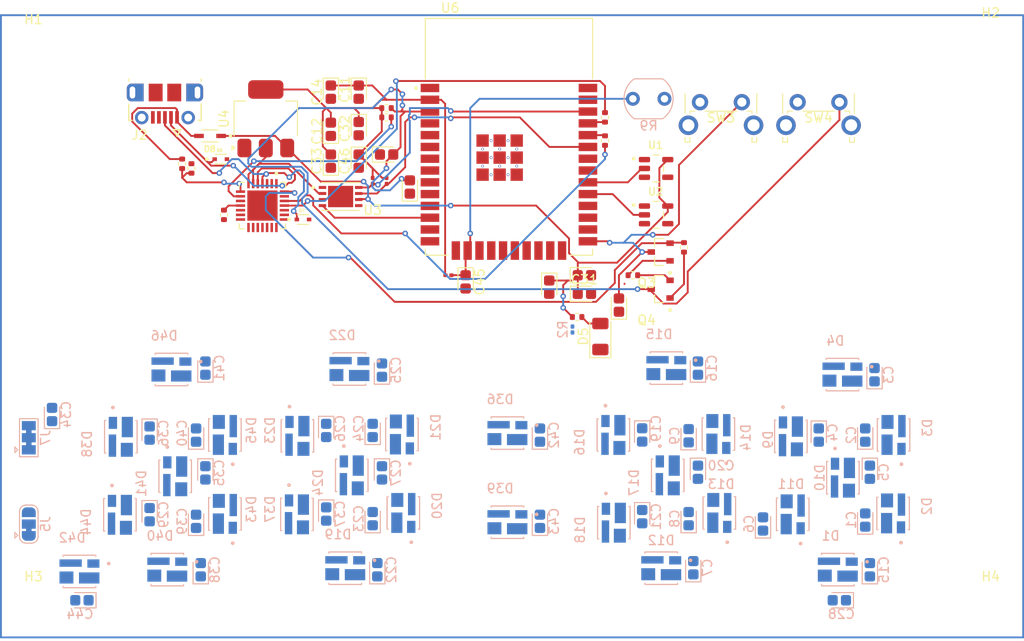
<source format=kicad_pcb>
(kicad_pcb (version 20241229) (generator "pcbnew") (generator_version "9.0")
  (layers (0 "F.Cu" signal) (2 "B.Cu" signal) (13 "F.Paste" user) (15 "B.Paste" user) (5 "F.SilkS" user "F.Silkscreen") (7 "B.SilkS" user "B.Silkscreen") (1 "F.Mask" user) (3 "B.Mask" user) (25 "Edge.Cuts" user))
  (net 0 "")
  (net 1 "EXT_LEDS")
  (net 2 "GND")
  (net 3 "+5V")
  (net 4 "+3.3V")
  (net 5 "EN")
  (net 6 "IO0")
  (net 7 "LIGHT_DECT")
  (net 9 "LED0_DIN")
  (net 10 "LED1_DIN")
  (net 11 "LED2_DIN")
  (net 12 "LED3_DIN")
  (net 13 "LED4_DIN")
  (net 14 "Net-(D5-A)")
  (net 15 "USB_DN")
  (net 16 "USB_DP")
  (net 17 "VBUS")
  (net 18 "LED5_DIN")
  (net 19 "LED6_DIN")
  (net 20 "LED7_DIN")
  (net 21 "LED8_DIN")
  (net 22 "LED9_DIN")
  (net 23 "LED10_DIN")
  (net 24 "LED11_DIN")
  (net 25 "LED12_DIN")
  (net 26 "LED13_DIN")
  (net 27 "LED14_DIN")
  (net 28 "LED15_DIN")
  (net 29 "LED16_DIN")
  (net 30 "LED17_DIN")
  (net 31 "LED18_DIN")
  (net 32 "LED19_DIN")
  (net 33 "LED20_DIN")
  (net 34 "LED29_DIN")
  (net 35 "LE30_DIN")
  (net 36 "unconnected-(U6-IO2-Pad24)")
  (net 37 "LED21_DIN")
  (net 38 "LED26_DIN")
  (net 39 "LED25_DIN")
  (net 40 "LED31_DIN")
  (net 41 "LED22_DIN")
  (net 42 "LED27_DIN")
  (net 43 "LED23_DIN")
  (net 45 "LED24_DIN")
  (net 47 "DTR")
  (net 48 "Net-(Q3-Pad1)")
  (net 49 "Net-(Q4-Pad1)")
  (net 51 "I2C1_SCL")
  (net 52 "I2C1_SDA")
  (net 53 "Net-(U5-VBUS)")
  (net 54 "Net-(U5-~{RST})")
  (net 55 "Net-(U5-~{SUSPEND})")
  (net 56 "TXD0")
  (net 57 "RXD")
  (net 58 "TXD")
  (net 59 "RXD0")
  (net 60 "LED0_BUF")
  (net 61 "LED29_BUF")
  (net 62 "CLK_1HZ")
  (net 70 "RTS")
  (footprint "Capacitor_Tantalum_SMD:CP_EIA-1608-08_AVX-J" (layer "F.Cu") (at 129 55.715 -90)
    (property "Reference" "C32")
    (property "Value" "22uF" (hide yes))
  )
  (footprint "Capacitor_Tantalum_SMD:CP_EIA-1608-08_AVX-J" (layer "F.Cu") (at 126 59.215 90)
    (property "Reference" "C33")
    (property "Value" "0,1uF" (hide yes))
  )
  (footprint "Resistor_SMD:R_0201_0603Metric" (layer "F.Cu") (at 138.655 71.5)
    (property "Reference" "R4" (hide yes))
    (property "Value" "10k" (hide yes))
  )
  (footprint "Capacitor_Tantalum_SMD:CP_EIA-1608-08_AVX-J" (layer "F.Cu") (at 157 74.715 90)
    (property "Reference" "C18" (hide yes))
    (property "Value" "0,1uF" (hide yes))
  )
  (footprint "Resistor_SMD:R_0402_1005Metric" (layer "F.Cu") (at 155.5 57 -90)
    (property "Reference" "R18" (hide yes))
    (property "Value" "0")
  )
  (footprint "Package_TO_SOT_SMD:SOT-223-3_TabPin2" (layer "F.Cu") (at 119 54.65 90)
    (property "Reference" "U4")
    (property "Value" "AMS1117-3.3" (hide yes))
  )
  (footprint "Resistor_SMD:R_0402_1005Metric" (layer "F.Cu") (at 164 68.5 -90)
    (property "Reference" "R19" (hide yes))
    (property "Value" "10K" (hide yes))
  )
  (footprint "Transistor NPN SS8050-G:TRANS_SS8050-G" (layer "F.Cu") (at 161.49 69 180)
    (property "Reference" "Q3")
    (property "Value" "SS8050-G" (hide yes))
  )
  (footprint "MountingHole:MountingHole_2.1mm" (layer "F.Cu") (at 94 47)
    (property "Reference" "H1")
    (property "Value" "GND")
  )
  (footprint "Capacitor_Tantalum_SMD:CP_EIA-1608-08_AVX-J" (layer "F.Cu") (at 134.5 62 90)
    (property "Reference" "C13" (hide yes))
    (property "Value" "0,1uF" (hide yes))
  )
  (footprint "Resistor_SMD:R_0201_0603Metric" (layer "F.Cu") (at 130.5 61.345 -90)
    (property "Reference" "R6" (hide yes))
    (property "Value" "10k" (hide yes))
  )
  (footprint "Capacitor_Tantalum_SMD:CP_EIA-1608-08_AVX-J" (layer "F.Cu") (at 132 58.5)
    (property "Reference" "C17" (hide yes))
    (property "Value" "0,1uF" (hide yes))
  )
  (footprint "Transistor NPN SS8050-G:TRANS_SS8050-G" (layer "F.Cu") (at 161.49 73 180)
    (property "Reference" "Q4")
    (property "Value" "SS8050-G")
  )
  (footprint "Capacitor_Tantalum_SMD:CP_EIA-1608-08_AVX-J" (layer "F.Cu") (at 153.285 73.5)
    (property "Reference" "C31")
    (property "Value" "100nF")
  )
  (footprint "Capacitor_Tantalum_SMD:CP_EIA-1608-08_AVX-J" (layer "F.Cu") (at 153.285 71.5)
    (property "Reference" "C10" (hide yes))
    (property "Value" "22uF" (hide yes))
  )
  (footprint "Resistor_SMD:R_0402_1005Metric" (layer "F.Cu") (at 158.5 71.5 180)
    (property "Reference" "R20" (hide yes))
    (property "Value" "10K" (hide yes))
  )
  (footprint "CP2102N-A02-GQFN28 (USB-Seriale):QFN50P500X500X80-29N" (layer "F.Cu") (at 118.64 64 -90)
    (property "Reference" "U5" (hide yes))
    (property "Value" "CP2102N-A02-GQFN28" (hide yes))
  )
  (footprint "Resistor_SMD:R_0402_1005Metric" (layer "F.Cu") (at 111 60 90)
    (property "Reference" "R12" (hide yes))
    (property "Value" "47.5K" (hide yes))
  )
  (footprint "Button_Switch_THT:SW_Tactile_SPST_Angled_PTS645Vx31-2LFS" (layer "F.Cu") (at 165.725 52.8625)
    (property "Reference" "SW3")
    (property "Value" "SW_Push")
  )
  (footprint "Resistor_SMD:R_0402_1005Metric" (layer "F.Cu") (at 114.5 65 -90)
    (property "Reference" "R15" (hide yes))
    (property "Value" "10K" (hide yes))
  )
  (footprint "LEVEL TRANSLATOR SN74LV1T34DBVR:SOT95P280X145-5N" (layer "F.Cu") (at 161 65)
    (property "Reference" "U2")
    (property "Value" "SN74LV1T34DBVR" (hide yes))
  )
  (footprint "Resistor_SMD:R_0201_0603Metric" (layer "F.Cu") (at 132 61.345 -90)
    (property "Reference" "R7" (hide yes))
    (property "Value" "10k" (hide yes))
  )
  (footprint "Capacitor_Tantalum_SMD:CP_EIA-1608-08_AVX-J" (layer "F.Cu") (at 149.5 72.785 -90)
    (property "Reference" "C30" (hide yes))
    (property "Value" "100nF" (hide yes))
  )
  (footprint "LED_SMD:LED_1206_3216Metric" (layer "F.Cu") (at 155 78.1 90)
    (property "Reference" "D5")
    (property "Value" "IR26-21C_L110_TR8" (hide yes))
  )
  (footprint "LESD5D5.0CT1G diodo:TVS_LESD5D5.0CT1G" (layer "F.Cu") (at 123 65.5)
    (property "Reference" "D7")
    (property "Value" "LESD5D5.0CT1G")
  )
  (footprint "Resistor_SMD:R_0402_1005Metric" (layer "F.Cu") (at 131.99 53.5)
    (property "Reference" "R16" (hide yes))
    (property "Value" "10K" (hide yes))
  )
  (footprint "Capacitor_Tantalum_SMD:CP_EIA-1608-08_AVX-J" (layer "F.Cu") (at 126 55.785 90)
    (property "Reference" "C12")
    (property "Value" "0,1uF" (hide yes))
  )
  (footprint "MOLEX MOLEX 10501700001 (microusb):MOLEX_1050170001" (layer "F.Cu") (at 108.15 50.375 180)
    (property "Reference" "J2")
    (property "Value" "1050170001")
  )
  (footprint "Capacitor_Tantalum_SMD:CP_EIA-1608-08_AVX-J" (layer "F.Cu") (at 129 59.215 -90)
    (property "Reference" "C46")
    (property "Value" "1uF" (hide yes))
  )
  (footprint "Capacitor_Tantalum_SMD:CP_EIA-1608-08_AVX-J" (layer "F.Cu") (at 140.5 72.215 -90)
    (property "Reference" "C45")
    (property "Value" "0,1uF" (hide yes))
  )
  (footprint "BAT760-7 diodo:SOD2513X120N" (layer "F.Cu") (at 113 56.5 180)
    (property "Reference" "D8")
    (property "Value" "BAT760-7" (hide yes))
  )
  (footprint "Button_Switch_THT:SW_Tactile_SPST_Angled_PTS645Vx31-2LFS" (layer "F.Cu") (at 176.225 52.8625)
    (property "Reference" "SW4")
    (property "Value" "SW_Push")
  )
  (footprint "REAL TIME CLOCK MAX31343ETAY:SON65P300X400X80-9N" (layer "F.Cu") (at 127.05 63.025)
    (property "Reference" "U3")
    (property "Value" "MAX31343ETAY_" (hide yes))
  )
  (footprint "Resistor_SMD:R_0402_1005Metric" (layer "F.Cu") (at 155.5 54.5 90)
    (property "Reference" "R17" (hide yes))
    (property "Value" "o" (hide yes))
  )
  (footprint "Capacitor_Tantalum_SMD:CP_EIA-1608-08_AVX-J" (layer "F.Cu") (at 126 51.785 -90)
    (property "Reference" "C14")
    (property "Value" "22uF" (hide yes))
  )
  (footprint "Resistor_SMD:R_0402_1005Metric" (layer "F.Cu") (at 152.5 76)
    (property "Reference" "R14" (hide yes))
    (property "Value" "2K" (hide yes))
  )
  (footprint "Resistor_SMD:R_0402_1005Metric" (layer "F.Cu") (at 110 59.5 90)
    (property "Reference" "R11" (hide yes))
    (property "Value" "22.1K" (hide yes))
  )
  (footprint "Capacitor_Tantalum_SMD:CP_EIA-1608-08_AVX-J" (layer "F.Cu") (at 129 51.785 -90)
    (property "Reference" "C11")
    (property "Value" "22uF" (hide yes))
  )
  (footprint "MountingHole:MountingHole_2.1mm" (layer "F.Cu") (at 94 107)
    (property "Reference" "H3")
    (property "Value" "GND")
  )
  (footprint "LEVEL TRANSLATOR SN74LV1T34DBVR:SOT95P280X145-5N" (layer "F.Cu") (at 161 60)
    (property "Reference" "U1")
    (property "Value" "SN74LV1T34DBVR" (hide yes))
  )
  (footprint "Resistor_SMD:R_0402_1005Metric" (layer "F.Cu") (at 131.99 54.5 180)
    (property "Reference" "R13" (hide yes))
    (property "Value" "R" (hide yes))
  )
  (footprint "MountingHole:MountingHole_2.1mm" (layer "F.Cu") (at 197 107)
    (property "Reference" "H4")
    (property "Value" "GND")
  )
  (footprint "MountingHole:MountingHole_2.1mm" (layer "F.Cu") (at 197 47)
    (property "Reference" "H2")
    (property "Value" "GND")
  )
  (footprint "LESD5D5.0CT1G diodo:TVS_LESD5D5.0CT1G" (layer "F.Cu") (at 114.16 59)
    (property "Reference" "D6")
    (property "Value" "LESD5D5.0CT1G" (hide yes))
  )
  (footprint "esp32-wroom32:MODULE_ESP32-WROOM-32" (layer "F.Cu") (at 145.165 56.595)
    (property "Reference" "U6")
    (property "Value" "ESP32-WROOM-32" (hide yes))
  )
  (footprint "sk6812 mini led:LED_SK6812MINI-012" (layer "B.Cu") (at 133.8 97.1 90)
    (property "Reference" "D20")
    (property "Value" "SK6812MINI-012" (hide yes))
  )
  (footprint "Capacitor_Tantalum_SMD:CP_EIA-1608-08_AVX-J" (layer "B.Cu") (at 172.5 98.285 90)
    (property "Reference" "C6")
    (property "Value" "100nF" (hide yes))
  )
  (footprint "Capacitor_Tantalum_SMD:CP_EIA-1608-08_AVX-J" (layer "B.Cu") (at 165 103 90)
    (property "Reference" "C7")
    (property "Value" "100nF" (hide yes))
  )
  (footprint "Capacitor_Tantalum_SMD:CP_EIA-1608-08_AVX-J" (layer "B.Cu") (at 125.5 88.215 -90)
    (property "Reference" "C26")
    (property "Value" "100nF" (hide yes))
  )
  (footprint "sk6812 mini led:LED_SK6812MINI-012" (layer "B.Cu") (at 186.5 97.15 90)
    (property "Reference" "D2")
    (property "Value" "SK6812MINI-012" (hide yes))
  )
  (footprint "sk6812 mini led:LED_SK6812MINI-012" (layer "B.Cu") (at 162.1 81.5 180)
    (property "Reference" "D15")
    (property "Value" "SK6812MINI-012" (hide yes))
  )
  (footprint "sk6812 mini led:LED_SK6812MINI-012" (layer "B.Cu") (at 128 81.6 180)
    (property "Reference" "D22")
    (property "Value" "SK6812MINI-012" (hide yes))
  )
  (footprint "Capacitor_Tantalum_SMD:CP_EIA-1608-08_AVX-J" (layer "B.Cu") (at 178.5 88.715 -90)
    (property "Reference" "C4")
    (property "Value" "100nF" (hide yes))
  )
  (footprint "Capacitor_Tantalum_SMD:CP_EIA-1608-08_AVX-J" (layer "B.Cu") (at 125.5 97.215 -90)
    (property "Reference" "C37")
    (property "Value" "100nF" (hide yes))
  )
  (footprint "Capacitor_Tantalum_SMD:CP_EIA-1608-08_AVX-J" (layer "B.Cu") (at 106.5 88.5 -90)
    (property "Reference" "C36")
    (property "Value" "100nF" (hide yes))
  )
  (footprint "Capacitor_Tantalum_SMD:CP_EIA-1608-08_AVX-J" (layer "B.Cu") (at 183.5 88.715 90)
    (property "Reference" "C2")
    (property "Value" "100nF" (hide yes))
  )
  (footprint "sk6812 mini led:LED_SK6812MINI-012" (layer "B.Cu") (at 180.55 103.2 180)
    (property "Reference" "D1")
    (property "Value" "SK6812MINI-012" (hide yes))
  )
  (footprint "Capacitor_Tantalum_SMD:CP_EIA-1608-08_AVX-J" (layer "B.Cu") (at 96 86.5 90)
    (property "Reference" "C34")
    (property "Value" "100nF" (hide yes))
  )
  (footprint "Capacitor_Tantalum_SMD:CP_EIA-1608-08_AVX-J" (layer "B.Cu") (at 148.5 88.715 90)
    (property "Reference" "C42")
    (property "Value" "100nF" (hide yes))
  )
  (footprint "OptoDevice:R_LDR_5.1x4.3mm_P3.4mm_Vertical" (layer "B.Cu") (at 158.5 52.5)
    (property "Reference" "R9")
    (property "Value" "LDR07" (hide yes))
  )
  (footprint "Capacitor_Tantalum_SMD:CP_EIA-1608-08_AVX-J" (layer "B.Cu") (at 112 103.215 90)
    (property "Reference" "C38")
    (property "Value" "100nF" (hide yes))
  )
  (footprint "sk6812 mini led:LED_SK6812MINI-012" (layer "B.Cu") (at 162.25 93.05 -90)
    (property "Reference" "D17")
    (property "Value" "SK6812MINI-012" (hide yes))
  )
  (footprint "Capacitor_Tantalum_SMD:CP_EIA-1608-08_AVX-J" (layer "B.Cu") (at 159.5 97.5 -90)
    (property "Reference" "C21")
    (property "Value" "100nF" (hide yes))
  )
  (footprint "sk6812 mini led:LED_SK6812MINI-012" (layer "B.Cu") (at 128.25 93.05 -90)
    (property "Reference" "D24")
    (property "Value" "SK6812MINI-012" (hide yes))
  )
  (footprint "Capacitor_Tantalum_SMD:CP_EIA-1608-08_AVX-J" (layer "B.Cu") (at 184 92.715 -90)
    (property "Reference" "C5")
    (property "Value" "100nF" (hide yes))
  )
  (footprint "sk6812 mini led:LED_SK6812MINI-012" (layer "B.Cu") (at 114.6 97.2 90)
    (property "Reference" "D43")
    (property "Value" "SK6812MINI-012" (hide yes))
  )
  (footprint "Jumper:SolderJumper-3_P1.3mm_Bridged123_Pad1.0x1.5mm" (layer "B.Cu") (at 93.5 89 90)
    (property "Reference" "J7")
    (property "Value" "Conn_01x03_Pin" (hide yes))
  )
  (footprint "sk6812 mini led:LED_SK6812MINI-012" (layer "B.Cu") (at 133.65 88.65 90)
    (property "Reference" "D21")
    (property "Value" "SK6812MINI-012" (hide yes))
  )
  (footprint "Capacitor_Tantalum_SMD:CP_EIA-1608-08_AVX-J" (layer "B.Cu") (at 165.5 92.715 -90)
    (property "Reference" "C20")
    (property "Value" "100nF" (hide yes))
  )
  (footprint "sk6812 mini led:LED_SK6812MINI-012" (layer "B.Cu") (at 181.05 82.2 180)
    (property "Reference" "D4")
    (property "Value" "SK6812MINI-012" (hide yes))
  )
  (footprint "Capacitor_Tantalum_SMD:CP_EIA-1608-08_AVX-J" (layer "B.Cu") (at 180.715 106.5 180)
    (property "Reference" "C28")
    (property "Value" "1uF" (hide yes))
  )
  (footprint "sk6812 mini led:LED_SK6812MINI-012" (layer "B.Cu") (at 103.3 97.3 -90)
    (property "Reference" "D44")
    (property "Value" "SK6812MINI-012" (hide yes))
  )
  (footprint "Capacitor_Tantalum_SMD:CP_EIA-1608-08_AVX-J" (layer "B.Cu") (at 164.5 97.715 90)
    (property "Reference" "C8")
    (property "Value" "100nF" (hide yes))
  )
  (footprint "sk6812 mini led:LED_SK6812MINI-012" (layer "B.Cu") (at 167.7 88.6 90)
    (property "Reference" "D14")
    (property "Value" "SK6812MINI-012" (hide yes))
  )
  (footprint "sk6812 mini led:LED_SK6812MINI-012" (layer "B.Cu") (at 108.4 103.2 180)
    (property "Reference" "D40")
    (property "Value" "SK6812MINI-012" (hide yes))
  )
  (footprint "Resistor_SMD:R_0201_0603Metric" (layer "B.Cu") (at 152 77.345 -90)
    (property "Reference" "R2")
    (property "Value" "100m" (hide yes))
  )
  (footprint "Capacitor_Tantalum_SMD:CP_EIA-1608-08_AVX-J" (layer "B.Cu") (at 184 103.215 90)
    (property "Reference" "C15")
    (property "Value" "100nF" (hide yes))
  )
  (footprint "sk6812 mini led:LED_SK6812MINI-012" (layer "B.Cu") (at 127.55 103.05 180)
    (property "Reference" "D19")
    (property "Value" "SK6812MINI-012" (hide yes))
  )
  (footprint "Capacitor_Tantalum_SMD:CP_EIA-1608-08_AVX-J" (layer "B.Cu") (at 112.5 81.5 90)
    (property "Reference" "C41")
    (property "Value" "100nF" (hide yes))
  )
  (footprint "sk6812 mini led:LED_SK6812MINI-012" (layer "B.Cu") (at 108.85 81.65 180)
    (property "Reference" "D46")
    (property "Value" "SK6812MINI-012" (hide yes))
  )
  (footprint "sk6812 mini led:LED_SK6812MINI-012" (layer "B.Cu") (at 175.7 97.25 90)
    (property "Reference" "D11")
    (property "Value" "SK6812MINI-012" (hide yes))
  )
  (footprint "sk6812 mini led:LED_SK6812MINI-012" (layer "B.Cu") (at 156.4 88.7 -90)
    (property "Reference" "D16")
    (property "Value" "SK6812MINI-012" (hide yes))
  )
  (footprint "Capacitor_Tantalum_SMD:CP_EIA-1608-08_AVX-J" (layer "B.Cu") (at 111.5 88.715 90)
    (property "Reference" "C40")
    (property "Value" "100nF" (hide yes))
  )
  (footprint "sk6812 mini led:LED_SK6812MINI-012" (layer "B.Cu") (at 98.95 103.4 180)
    (property "Reference" "D42")
    (property "Value" "SK6812MINI-012" (hide yes))
  )
  (footprint "Capacitor_Tantalum_SMD:CP_EIA-1608-08_AVX-J" (layer "B.Cu") (at 164.5 88.785 90)
    (property "Reference" "C9")
    (property "Value" "100nF" (hide yes))
  )
  (footprint "Capacitor_Tantalum_SMD:CP_EIA-1608-08_AVX-J" (layer "B.Cu") (at 130.5 97.715 90)
    (property "Reference" "C23")
    (property "Value" "100nF" (hide yes))
  )
  (footprint "sk6812 mini led:LED_SK6812MINI-012" (layer "B.Cu") (at 114.6 88.7 90)
    (property "Reference" "D45")
    (property "Value" "SK6812MINI-012" (hide yes))
  )
  (footprint "Capacitor_Tantalum_SMD:CP_EIA-1608-08_AVX-J" (layer "B.Cu") (at 159.5 88.7 -90)
    (property "Reference" "C19")
    (property "Value" "100nF" (hide yes))
  )
  (footprint "Capacitor_Tantalum_SMD:CP_EIA-1608-08_AVX-J" (layer "B.Cu") (at 148.5 98 90)
    (property "Reference" "C43")
    (property "Value" "100nF" (hide yes))
  )
  (footprint "sk6812 mini led:LED_SK6812MINI-012" (layer "B.Cu") (at 109.25 93.15 -90)
    (property "Reference" "D41")
    (property "Value" "SK6812MINI-012" (hide yes))
  )
  (footprint "Capacitor_Tantalum_SMD:CP_EIA-1608-08_AVX-J" (layer "B.Cu") (at 131 103.215 90)
    (property "Reference" "C22")
    (property "Value" "100nF" (hide yes))
  )
  (footprint "Capacitor_Tantalum_SMD:CP_EIA-1608-08_AVX-J" (layer "B.Cu") (at 131.5 81.715 90)
    (property "Reference" "C25")
    (property "Value" "100nF" (hide yes))
  )
  (footprint "Capacitor_Tantalum_SMD:CP_EIA-1608-08_AVX-J" (layer "B.Cu") (at 112.5 92.785 -90)
    (property "Reference" "C35")
    (property "Value" "100nF" (hide yes))
  )
  (footprint "sk6812 mini led:LED_SK6812MINI-012" (layer "B.Cu") (at 156.45 98.15 -90)
    (property "Reference" "D18")
    (property "Value" "SK6812MINI-012" (hide yes))
  )
  (footprint "Capacitor_Tantalum_SMD:CP_EIA-1608-08_AVX-J" (layer "B.Cu") (at 99.215 106.5 180)
    (property "Reference" "C44")
    (property "Value" "100nF" (hide yes))
  )
  (footprint "Capacitor_Tantalum_SMD:CP_EIA-1608-08_AVX-J" (layer "B.Cu") (at 106.5 97.285 -90)
    (property "Reference" "C29")
    (property "Value" "100nF" (hide yes))
  )
  (footprint "sk6812 mini led:LED_SK6812MINI-012" (layer "B.Cu") (at 122.35 97.25 -90)
    (property "Reference" "D37")
    (property "Value" "SK6812MINI-012" (hide yes))
  )
  (footprint "Capacitor_Tantalum_SMD:CP_EIA-1608-08_AVX-J" (layer "B.Cu") (at 130.5 88.215 90)
    (property "Reference" "C24")
    (property "Value" "100nF" (hide yes))
  )
  (footprint "sk6812 mini led:LED_SK6812MINI-012" (layer "B.Cu") (at 145 88.5 180)
    (property "Reference" "D36")
    (property "Value" "SK6812MINI-012" (hide yes))
  )
  (footprint "Capacitor_Tantalum_SMD:CP_EIA-1608-08_AVX-J" (layer "B.Cu") (at 184.5 82.215 90)
    (property "Reference" "C3")
    (property "Value" "100nF" (hide yes))
  )
  (footprint "Capacitor_Tantalum_SMD:CP_EIA-1608-08_AVX-J" (layer "B.Cu") (at 183.5 97.865 90)
    (property "Reference" "C1")
    (property "Value" "100nF" (hide yes))
  )
  (footprint "sk6812 mini led:LED_SK6812MINI-012" (layer "B.Cu") (at 161.55 103.05 180)
    (property "Reference" "D12")
    (property "Value" "SK6812MINI-012" (hide yes))
  )
  (footprint "Capacitor_Tantalum_SMD:CP_EIA-1608-08_AVX-J" (layer "B.Cu") (at 131.5 92.785 -90)
    (property "Reference" "C27")
    (property "Value" "100nF" (hide yes))
  )
  (footprint "Capacitor_Tantalum_SMD:CP_EIA-1608-08_AVX-J" (layer "B.Cu") (at 111.5 98 90)
    (property "Reference" "C39")
    (property "Value" "100nF" (hide yes))
  )
  (footprint "sk6812 mini led:LED_SK6812MINI-012" (layer "B.Cu") (at 103.4 88.9 -90)
    (property "Reference" "D38")
    (property "Value" "SK6812MINI-012" (hide yes))
  )
  (footprint "sk6812 mini led:LED_SK6812MINI-012" (layer "B.Cu") (at 122.4 88.8 -90)
    (property "Reference" "D23")
    (property "Value" "SK6812MINI-012" (hide yes))
  )
  (footprint "sk6812 mini led:LED_SK6812MINI-012" (layer "B.Cu") (at 175.5 88.85 -90)
    (property "Reference" "D9")
    (property "Value" "SK6812MINI-012" (hide yes))
  )
  (footprint "sk6812 mini led:LED_SK6812MINI-012" (layer "B.Cu") (at 181.1 93.3 -90)
    (property "Reference" "D10")
    (property "Value" "SK6812MINI-012" (hide yes))
  )
  (footprint "Capacitor_Tantalum_SMD:CP_EIA-1608-08_AVX-J" (layer "B.Cu") (at 165.5 81.5 90)
    (property "Reference" "C16")
    (property "Value" "100nF" (hide yes))
  )
  (footprint "sk6812 mini led:LED_SK6812MINI-012" (layer "B.Cu") (at 186.55 88.7 90)
    (property "Reference" "D3")
    (property "Value" "SK6812MINI-012" (hide yes))
  )
  (footprint "sk6812 mini led:LED_SK6812MINI-012" (layer "B.Cu") (at 145 98.1 180)
    (property "Reference" "D39")
    (property "Value" "SK6812MINI-012" (hide yes))
  )
  (footprint "sk6812 mini led:LED_SK6812MINI-012" (layer "B.Cu") (at 167.8 97.1 90)
    (property "Reference" "D13")
    (property "Value" "SK6812MINI-012" (hide yes))
  )
  (footprint "Jumper:SolderJumper-3_P1.3mm_Bridged12_RoundedPad1.0x1.5mm" (layer "B.Cu") (at 93.5 98.3 90)
    (property "Reference" "J5")
    (property "Value" "Conn_01x03_Pin" (hide yes))
  )
  (gr_rect (start 90.5 43.5) (end 200.5 110.5) (stroke (width 0.2)) (fill no) (layer "B.Cu"))
  (segment (start 157.6 72.449943) (end 157.6 72.4) (width 0.2) (layer "F.Cu") (net 0))
  (segment (start 162.25 52) (end 162.25 52.25) (width 0.2) (layer "F.Cu") (net 2))
  (segment (start 162.25 52.25) (end 162 52.5) (width 0.2) (layer "F.Cu") (net 2))
  (segment (start 151 72.57) (end 151.5 72.07) (width 0.2) (layer "F.Cu") (net 3))
  (segment (start 151.99 76) (end 151.99 75.99) (width 0.2) (layer "F.Cu") (net 3))
  (segment (start 152.57 73.5) (end 152.57 71.5) (width 0.2) (layer "F.Cu") (net 3))
  (segment (start 151.631 67.544) (end 148.087 64) (width 0.2) (layer "F.Cu") (net 3))
  (segment (start 162.255 59.05) (end 161.349 59.956) (width 0.2) (layer "F.Cu") (net 3))
  (segment (start 162.255 64.05) (end 162.255 64.683362) (width 0.2) (layer "F.Cu") (net 3))
  (segment (start 148.087 64) (end 138.9 64) (width 0.2) (layer "F.Cu") (net 3))
  (segment (start 162.255 64.683362) (end 156.792362 70.146) (width 0.2) (layer "F.Cu") (net 3))
  (segment (start 119.999 56.499) (end 121.3 57.8) (width 0.2) (layer "F.Cu") (net 3))
  (segment (start 151.631 69.131) (end 151.631 67.544) (width 0.2) (layer "F.Cu") (net 3))
  (segment (start 124.91473 61.41473) (end 129.528621 61.41473) (width 0.2) (layer "F.Cu") (net 3))
  (segment (start 156.792362 70.146) (end 152.646 70.146) (width 0.2) (layer "F.Cu") (net 3))
  (segment (start 161.349 59.956) (end 161.349 63.144) (width 0.2) (layer "F.Cu") (net 3))
  (segment (start 152.57 71.5) (end 152.57 70.222) (width 0.2) (layer "F.Cu") (net 3))
  (segment (start 151.5 72.07) (end 152 72.07) (width 0.2) (layer "F.Cu") (net 3))
  (segment (start 161.349 63.144) (end 162.255 64.05) (width 0.2) (layer "F.Cu") (net 3))
  (segment (start 121.3 57.8) (end 124.91473 61.41473) (width 0.2) (layer "F.Cu") (net 3))
  (segment (start 149.5 72.07) (end 151.5 72.07) (width 0.2) (layer "F.Cu") (net 3))
  (segment (start 151 73.766) (end 151 72.57) (width 0.2) (layer "F.Cu") (net 3))
  (segment (start 114.191 56.499) (end 119.999 56.499) (width 0.2) (layer "F.Cu") (net 3))
  (segment (start 130 63.3) (end 129.05 63.3) (width 0.2) (layer "F.Cu") (net 3))
  (segment (start 151.99 75.99) (end 151 75) (width 0.2) (layer "F.Cu") (net 3))
  (segment (start 152.57 70.222) (end 152.646 70.146) (width 0.2) (layer "F.Cu") (net 3))
  (segment (start 129.05 63.3) (end 129 63.35) (width 0.2) (layer "F.Cu") (net 3))
  (segment (start 152.646 70.146) (end 151.631 69.131) (width 0.2) (layer "F.Cu") (net 3))
  (segment (start 152 72.07) (end 152.57 71.5) (width 0.2) (layer "F.Cu") (net 3))
  (segment (start 114.19 56.5) (end 114.191 56.499) (width 0.2) (layer "F.Cu") (net 3))
  (via (at 138.9 64) (size 0.6) (drill 0.3) (layers "F.Cu" "B.Cu") (net 3))
  (via (at 130 63.3) (size 0.6) (drill 0.3) (layers "F.Cu" "B.Cu") (net 3))
  (via (at 129.528621 61.41473) (size 0.6) (drill 0.3) (layers "F.Cu" "B.Cu") (net 3))
  (via (at 151 73.766) (size 0.6) (drill 0.3) (layers "F.Cu" "B.Cu") (net 3))
  (via (at 151 75) (size 0.6) (drill 0.3) (layers "F.Cu" "B.Cu") (net 3))
  (segment (start 151 75) (end 151 73.766) (width 0.2) (layer "B.Cu") (net 3))
  (segment (start 130 61.886109) (end 130 63.3) (width 0.2) (layer "B.Cu") (net 3))
  (segment (start 129.528621 61.41473) (end 130 61.886109) (width 0.2) (layer "B.Cu") (net 3))
  (segment (start 138.9 64) (end 130.7 64) (width 0.2) (layer "B.Cu") (net 3))
  (segment (start 130.7 64) (end 130 63.3) (width 0.2) (layer "B.Cu") (net 3))
  (segment (start 131.48 53.5) (end 130.5 53.5) (width 0.2) (layer "F.Cu") (net 4))
  (segment (start 125.1 62.7) (end 124.7 62.7) (width 0.2) (layer "F.Cu") (net 4))
  (segment (start 129 51.07) (end 130.465 51.07) (width 0.2) (layer "F.Cu") (net 4))
  (segment (start 136.665 52.605) (end 134.5 52.605) (width 0.2) (layer "F.Cu") (net 4))
  (segment (start 138.299 71.464) (end 138.299 53.039) (width 0.2) (layer "F.Cu") (net 4))
  (segment (start 124.7 62.7) (end 121.5 59.5) (width 0.2) (layer "F.Cu") (net 4))
  (segment (start 129 55) (end 129 54) (width 0.2) (layer "F.Cu") (net 4))
  (segment (start 123.5 51.5) (end 125.5 53.5) (width 0.2) (layer "F.Cu") (net 4))
  (segment (start 117.14 60.64) (end 117.14 61.64) (width 0.2) (layer "F.Cu") (net 4))
  (segment (start 130.465 51.07) (end 132 52.605) (width 0.2) (layer "F.Cu") (net 4))
  (segment (start 129 54) (end 128.5 53.5) (width 0.2) (layer "F.Cu") (net 4))
  (segment (start 134.5 52.605) (end 133 52.605) (width 0.2) (layer "F.Cu") (net 4))
  (segment (start 138.335 71.5) (end 138.299 71.464) (width 0.2) (layer "F.Cu") (net 4))
  (segment (start 126 54) (end 125.5 53.5) (width 0.2) (layer "F.Cu") (net 4))
  (segment (start 125.134 53.866) (end 125.5 53.5) (width 0.2) (layer "F.Cu") (net 4))
  (segment (start 119 58.78) (end 117.64 60.14) (width 0.2) (layer "F.Cu") (net 4))
  (segment (start 117.64 60.14) (end 117.14 60.64) (width 0.2) (layer "F.Cu") (net 4))
  (segment (start 128.5 53.5) (end 125.5 53.5) (width 0.2) (layer "F.Cu") (net 4))
  (segment (start 137.865 52.605) (end 136.665 52.605) (width 0.2) (layer "F.Cu") (net 4))
  (segment (start 126 58.5) (end 125.134 57.634) (width 0.2) (layer "F.Cu") (net 4))
  (segment (start 132.605 52.605) (end 132 52.605) (width 0.2) (layer "F.Cu") (net 4))
  (segment (start 131.395 52.605) (end 130.5 53.5) (width 0.2) (layer "F.Cu") (net 4))
  (segment (start 119 57.8) (end 119 58.78) (width 0.2) (layer "F.Cu") (net 4))
  (segment (start 130.5 53.5) (end 128.5 53.5) (width 0.2) (layer "F.Cu") (net 4))
  (segment (start 131.48 56.02) (end 131.48 54.5) (width 0.2) (layer "F.Cu") (net 4))
  (segment (start 132 61.025) (end 131.525 61.025) (width 0.2) (layer "F.Cu") (net 4))
  (segment (start 130.5 60) (end 129 58.5) (width 0.2) (layer "F.Cu") (net 4))
  (segment (start 126 51.07) (end 129 51.07) (width 0.2) (layer "F.Cu") (net 4))
  (segment (start 121.5 59.5) (end 118.28 59.5) (width 0.2) (layer "F.Cu") (net 4))
  (segment (start 132 52.605) (end 131.395 52.605) (width 0.2) (layer "F.Cu") (net 4))
  (segment (start 131.48 54.5) (end 131.48 53.5) (width 0.2) (layer "F.Cu") (net 4))
  (segment (start 129 58.5) (end 131.48 56.02) (width 0.2) (layer "F.Cu") (net 4))
  (segment (start 126 55.07) (end 126 54) (width 0.2) (layer "F.Cu") (net 4))
  (segment (start 130.5 61.025) (end 130.5 60) (width 0.2) (layer "F.Cu") (net 4))
  (segment (start 125.134 57.634) (end 125.134 53.866) (width 0.2) (layer "F.Cu") (net 4))
  (segment (start 119 51.5) (end 123.5 51.5) (width 0.2) (layer "F.Cu") (net 4))
  (segment (start 131.525 61.025) (end 129 58.5) (width 0.2) (layer "F.Cu") (net 4))
  (segment (start 118.28 59.5) (end 117.64 60.14) (width 0.2) (layer "F.Cu") (net 4))
  (segment (start 138.299 53.039) (end 137.865 52.605) (width 0.2) (layer "F.Cu") (net 4))
  (segment (start 133 52.605) (end 132.605 52.605) (width 0.2) (layer "F.Cu") (net 4))
  (segment (start 117.64 61.64) (end 117.64 60.14) (width 0.2) (layer "F.Cu") (net 4))
  (segment (start 134.5 61.285) (end 133.785 61.285) (width 0.2) (layer "F.Cu") (net 5))
  (segment (start 133.701 53.205) (end 133.701 53.674) (width 0.2) (layer "F.Cu") (net 5))
  (segment (start 180.725 52.8625) (end 180.725 54.775) (width 0.2) (layer "F.Cu") (net 5))
  (segment (start 131.98397 59.23103) (end 132.715 58.5) (width 0.2) (layer "F.Cu") (net 5))
  (segment (start 134 53.875) (end 133.5 53.875) (width 0.2) (layer "F.Cu") (net 5))
  (segment (start 133.201 51.5) (end 133.701 52) (width 0.2) (layer "F.Cu") (net 5))
  (segment (start 133.5 54.375) (end 134 53.875) (width 0.2) (layer "F.Cu") (net 5))
  (segment (start 131.98397 59.98397) (end 131.98397 59.23103) (width 0.2) (layer "F.Cu") (net 5))
  (segment (start 161.799 74.551) (end 160.48 73.232) (width 0.2) (layer "F.Cu") (net 5))
  (segment (start 160.48 73) (end 159 73) (width 0.2) (layer "F.Cu") (net 5))
  (segment (start 180.725 54.775) (end 164.401 71.099) (width 0.2) (layer "F.Cu") (net 5))
  (segment (start 132.5 51.5) (end 133.201 51.5) (width 0.2) (layer "F.Cu") (net 5))
  (segment (start 164.401 71.099) (end 164.401 73.351) (width 0.2) (layer "F.Cu") (net 5))
  (segment (start 133.785 61.285) (end 133.606764 61.106764) (width 0.2) (layer "F.Cu") (net 5))
  (segment (start 133.701 53.674) (end 133.5 53.875) (width 0.2) (layer "F.Cu") (net 5))
  (segment (start 133.5 57.715) (end 133.5 54.375) (width 0.2) (layer "F.Cu") (net 5))
  (segment (start 133.5 53.875) (end 132.875 53.875) (width 0.2) (layer "F.Cu") (net 5))
  (segment (start 160.48 73.232) (end 160.48 73) (width 0.2) (layer "F.Cu") (net 5))
  (segment (start 136.665 53.875) (end 134 53.875) (width 0.2) (layer "F.Cu") (net 5))
  (segment (start 132.715 58.5) (end 133.5 57.715) (width 0.2) (layer "F.Cu") (net 5))
  (segment (start 164.401 73.351) (end 163.201 74.551) (width 0.2) (layer "F.Cu") (net 5))
  (segment (start 163.201 74.551) (end 161.799 74.551) (width 0.2) (layer "F.Cu") (net 5))
  (segment (start 132.875 53.875) (end 132.5 53.5) (width 0.2) (layer "F.Cu") (net 5))
  (via (at 131.98397 59.98397) (size 0.6) (drill 0.3) (layers "F.Cu" "B.Cu") (net 5))
  (via (at 133.701 52) (size 0.6) (drill 0.3) (layers "F.Cu" "B.Cu") (net 5))
  (via (at 159 73) (size 0.6) (drill 0.3) (layers "F.Cu" "B.Cu") (net 5))
  (via (at 133.701 53.205) (size 0.6) (drill 0.3) (layers "F.Cu" "B.Cu") (net 5))
  (via (at 133.606764 61.106764) (size 0.6) (drill 0.3) (layers "F.Cu" "B.Cu") (net 5))
  (via (at 132.5 51.5) (size 0.6) (drill 0.3) (layers "F.Cu" "B.Cu") (net 5))
  (segment (start 122.899 63.748943) (end 122.899 63.251057) (width 0.2) (layer "B.Cu") (net 5))
  (segment (start 122.816735 59.816735) (end 117.466792 59.816735) (width 0.2) (layer "B.Cu") (net 5))
  (segment (start 130.813243 62.355284) (end 130.461186 62.003227) (width 0.2) (layer "B.Cu") (net 5))
  (segment (start 132.358244 62.355284) (end 130.813243 62.355284) (width 0.2) (layer "B.Cu") (net 5))
  (segment (start 123.5 62.650057) (end 123.5 60.5) (width 0.2) (layer "B.Cu") (net 5))
  (segment (start 130.461186 62.003227) (end 130.461186 61.506754) (width 0.2) (layer "B.Cu") (net 5))
  (segment (start 117.114735 59.464678) (end 117.114735 58.966792) (width 0.2) (layer "B.Cu") (net 5))
  (segment (start 117.466792 59.816735) (end 117.114735 59.464678) (width 0.2) (layer "B.Cu") (net 5))
  (segment (start 130.461186 61.506754) (end 131.98397 59.98397) (width 0.2) (layer "B.Cu") (net 5))
  (segment (start 123.5 60.5) (end 122.816735 59.816735) (width 0.2) (layer "B.Cu") (net 5))
  (segment (start 133.701 52) (end 133.701 53.205) (width 0.2) (layer "B.Cu") (net 5))
  (segment (start 133.606764 61.106764) (end 132.358244 62.355284) (width 0.2) (layer "B.Cu") (net 5))
  (segment (start 122.581527 53.5) (end 130.5 53.5) (width 0.2) (layer "B.Cu") (net 5))
  (segment (start 130.5 53.5) (end 132.5 51.5) (width 0.2) (layer "B.Cu") (net 5))
  (segment (start 126.325028 67.174972) (end 123.251057 64.101001) (width 0.2) (layer "B.Cu") (net 5))
  (segment (start 159 73) (end 132.150057 73) (width 0.2) (layer "B.Cu") (net 5))
  (segment (start 123.251057 64.101001) (end 122.899 63.748943) (width 0.2) (layer "B.Cu") (net 5))
  (segment (start 117.114735 58.966792) (end 122.581527 53.5) (width 0.2) (layer "B.Cu") (net 5))
  (segment (start 122.899 63.251057) (end 123.5 62.650057) (width 0.2) (layer "B.Cu") (net 5))
  (segment (start 132.150057 73) (end 126.325028 67.174972) (width 0.2) (layer "B.Cu") (net 5))
  (segment (start 157 74) (end 157 71.5) (width 0.2) (layer "F.Cu") (net 6))
  (segment (start 160.48 69) (end 159.5 69) (width 0.2) (layer "F.Cu") (net 6))
  (segment (start 170.225 52.8625) (end 163.46066 59.62684) (width 0.2) (layer "F.Cu") (net 6))
  (segment (start 156 68) (end 155.845 67.845) (width 0.2) (layer "F.Cu") (net 6))
  (segment (start 152.845 67.845) (end 153.665 67.845) (width 0.2) (layer "F.Cu") (net 6))
  (segment (start 155.845 67.845) (end 153.665 67.845) (width 0.2) (layer "F.Cu") (net 6))
  (segment (start 157 71.5) (end 159.5 69) (width 0.2) (layer "F.Cu") (net 6))
  (segment (start 162.304916 67.143446) (end 160.643446 67.143446) (width 0.2) (layer "F.Cu") (net 6))
  (segment (start 163.46066 59.62684) (end 163.46066 65.987702) (width 0.2) (layer "F.Cu") (net 6))
  (segment (start 163.46066 65.987702) (end 162.304916 67.143446) (width 0.2) (layer "F.Cu") (net 6))
  (via (at 160.643446 67.143446) (size 0.6) (drill 0.3) (layers "F.Cu" "B.Cu") (net 6))
  (via (at 159.5 69) (size 0.6) (drill 0.3) (layers "F.Cu" "B.Cu") (net 6))
  (via (at 156 68) (size 0.6) (drill 0.3) (layers "F.Cu" "B.Cu") (net 6))
  (segment (start 159.5 69) (end 158.5 68) (width 0.2) (layer "B.Cu") (net 6))
  (segment (start 157.5 68) (end 156 68) (width 0.2) (layer "B.Cu") (net 6))
  (segment (start 158.356554 67.143446) (end 157.5 68) (width 0.2) (layer "B.Cu") (net 6))
  (segment (start 158.5 68) (end 157.5 68) (width 0.2) (layer "B.Cu") (net 6))
  (segment (start 160.643446 67.143446) (end 158.356554 67.143446) (width 0.2) (layer "B.Cu") (net 6))
  (segment (start 140.5 71.5) (end 140.5 69.065) (width 0.2) (layer "F.Cu") (net 7))
  (segment (start 141 68.565) (end 140.72 68.845) (width 0.2) (layer "F.Cu") (net 7))
  (segment (start 140.5 71.5) (end 138.975 71.5) (width 0.2) (layer "F.Cu") (net 7))
  (segment (start 141 67) (end 141 68.565) (width 0.2) (layer "F.Cu") (net 7))
  (segment (start 140.5 69.065) (end 140.72 68.845) (width 0.2) (layer "F.Cu") (net 7))
  (via (at 141 67) (size 0.6) (drill 0.3) (layers "F.Cu" "B.Cu") (net 7))
  (segment (start 158.5 52.5) (end 142 52.5) (width 0.2) (layer "B.Cu") (net 7))
  (segment (start 141 53.5) (end 141 67) (width 0.2) (layer "B.Cu") (net 7))
  (segment (start 142 52.5) (end 141 53.5) (width 0.2) (layer "B.Cu") (net 7))
  (segment (start 155 76.7) (end 153.71 76.7) (width 0.2) (layer "F.Cu") (net 14))
  (segment (start 153.71 76.7) (end 153.01 76) (width 0.2) (layer "F.Cu") (net 14))
  (segment (start 108.8 54.5) (end 108.8 55.375) (width 0.2) (layer "F.Cu") (net 15))
  (segment (start 122.134446 60.701546) (end 121.4329 60) (width 0.2) (layer "F.Cu") (net 15))
  (segment (start 121.4329 60) (end 119.297943 60) (width 0.2) (layer "F.Cu") (net 15))
  (segment (start 122.134446 61.198019) (end 122.134446 60.701546) (width 0.2) (layer "F.Cu") (net 15))
  (segment (start 108.8 55.375) (end 112.749994 59.324994) (width 0.2) (layer "F.Cu") (net 15))
  (segment (start 118.799057 59.999) (end 118.798057 60) (width 0.2) (layer "F.Cu") (net 15))
  (segment (start 118.541 60) (end 118.14 60.401) (width 0.2) (layer "F.Cu") (net 15))
  (segment (start 121.449924 61.550076) (end 121.782389 61.550076) (width 0.2) (layer "F.Cu") (net 15))
  (segment (start 113.5 59) (end 113.175006 59.324994) (width 0.2) (layer "F.Cu") (net 15))
  (segment (start 119.296943 59.999) (end 118.799057 59.999) (width 0.2) (layer "F.Cu") (net 15))
  (segment (start 121.135002 61.864998) (end 121.449924 61.550076) (width 0.2) (layer "F.Cu") (net 15))
  (segment (start 118.14 60.401) (end 118.14 61.64) (width 0.2) (layer "F.Cu") (net 15))
  (segment (start 118.798057 60) (end 118.541 60) (width 0.2) (layer "F.Cu") (net 15))
  (segment (start 119.297943 60) (end 119.296943 59.999) (width 0.2) (layer "F.Cu") (net 15))
  (segment (start 121.782389 61.550076) (end 122.134446 61.198019) (width 0.2) (layer "F.Cu") (net 15))
  (segment (start 113.124997 59.699997) (end 115.5 59.699997) (width 0.2) (layer "F.Cu") (net 15))
  (segment (start 120.775002 61.864998) (end 121.135002 61.864998) (width 0.2) (layer "F.Cu") (net 15))
  (segment (start 112.749994 59.324994) (end 113.124997 59.699997) (width 0.2) (layer "F.Cu") (net 15))
  (segment (start 113.175006 59.324994) (end 112.749994 59.324994) (width 0.2) (layer "F.Cu") (net 15))
  (via (at 120.775002 61.864998) (size 0.6) (drill 0.3) (layers "F.Cu" "B.Cu") (net 15))
  (via (at 115.5 59.699997) (size 0.6) (drill 0.3) (layers "F.Cu" "B.Cu") (net 15))
  (segment (start 117.714941 61.864998) (end 120.775002 61.864998) (width 0.2) (layer "B.Cu") (net 15))
  (segment (start 115.5 59.699997) (end 115.54994 59.699997) (width 0.2) (layer "B.Cu") (net 15))
  (segment (start 115.54994 59.699997) (end 117.714941 61.864998) (width 0.2) (layer "B.Cu") (net 15))
  (segment (start 122.34 65.5) (end 122.34 64.94) (width 0.2) (layer "F.Cu") (net 16))
  (segment (start 118.64 60.908) (end 118.64 61.64) (width 0.2) (layer "F.Cu") (net 16))
  (segment (start 122.34 64.94) (end 122 64.6) (width 0.2) (layer "F.Cu") (net 16))
  (segment (start 108.15 54.5) (end 108.15 55.375) (width 0.2) (layer "F.Cu") (net 16))
  (segment (start 113.275 60.5) (end 114 60.5) (width 0.2) (layer "F.Cu") (net 16))
  (segment (start 121.449076 60.949076) (end 121 60.5) (width 0.2) (layer "F.Cu") (net 16))
  (segment (start 119.048 60.5) (end 118.64 60.908) (width 0.2) (layer "F.Cu") (net 16))
  (segment (start 121.533446 60.949076) (end 121.449076 60.949076) (width 0.2) (layer "F.Cu") (net 16))
  (segment (start 108.15 55.375) (end 113.275 60.5) (width 0.2) (layer "F.Cu") (net 16))
  (segment (start 121 60.5) (end 119.048 60.5) (width 0.2) (layer "F.Cu") (net 16))
  (via (at 121.533446 60.949076) (size 0.6) (drill 0.3) (layers "F.Cu" "B.Cu") (net 16))
  (via (at 119.048 60.6) (size 0.6) (drill 0.3) (layers "F.Cu" "B.Cu") (net 16))
  (via (at 114 60.5) (size 0.6) (drill 0.3) (layers "F.Cu" "B.Cu") (net 16))
  (via (at 122 64.6) (size 0.6) (drill 0.3) (layers "F.Cu" "B.Cu") (net 16))
  (segment (start 122.264787 60.217735) (end 122.650635 60.217735) (width 0.2) (layer "B.Cu") (net 16))
  (segment (start 116.082957 59) (end 117.682957 60.6) (width 0.2) (layer "B.Cu") (net 16))
  (segment (start 115.350054 59) (end 116.082957 59) (width 0.2) (layer "B.Cu") (net 16))
  (segment (start 114 60.350054) (end 115.350054 59) (width 0.2) (layer "B.Cu") (net 16))
  (segment (start 122.498 63.915043) (end 122 64.413043) (width 0.2) (layer "B.Cu") (net 16))
  (segment (start 122 64.413043) (end 122 64.6) (width 0.2) (layer "B.Cu") (net 16))
  (segment (start 123.099 60.6661) (end 123.099 62.483957) (width 0.2) (layer "B.Cu") (net 16))
  (segment (start 114 60.5) (end 114 60.350054) (width 0.2) (layer "B.Cu") (net 16))
  (segment (start 117.682957 60.6) (end 119.048 60.6) (width 0.2) (layer "B.Cu") (net 16))
  (segment (start 122.498 63.084957) (end 122.498 63.915043) (width 0.2) (layer "B.Cu") (net 16))
  (segment (start 123.099 62.483957) (end 122.498 63.084957) (width 0.2) (layer "B.Cu") (net 16))
  (segment (start 121.533446 60.949076) (end 122.264787 60.217735) (width 0.2) (layer "B.Cu") (net 16))
  (segment (start 122.650635 60.217735) (end 123.099 60.6661) (width 0.2) (layer "B.Cu") (net 16))
  (segment (start 110.975 56.5) (end 111.81 56.5) (width 0.2) (layer "F.Cu") (net 17))
  (segment (start 104.624 54.100016) (end 104.624 54.949984) (width 0.2) (layer "F.Cu") (net 17))
  (segment (start 109.45 54.5) (end 109.45 54.975) (width 0.2) (layer "F.Cu") (net 17))
  (segment (start 105.225016 53.499) (end 104.624 54.100016) (width 0.2) (layer "F.Cu") (net 17))
  (segment (start 108.664016 58.99) (end 110 58.99) (width 0.2) (layer "F.Cu") (net 17))
  (segment (start 109.45 54.975) (end 110.975 56.5) (width 0.2) (layer "F.Cu") (net 17))
  (segment (start 104.624 54.949984) (end 108.664016 58.99) (width 0.2) (layer "F.Cu") (net 17))
  (segment (start 109.45 53.673) (end 109.276 53.499) (width 0.2) (layer "F.Cu") (net 17))
  (segment (start 109.45 54.5) (end 109.45 53.673) (width 0.2) (layer "F.Cu") (net 17))
  (segment (start 109.276 53.499) (end 105.225016 53.499) (width 0.2) (layer "F.Cu") (net 17))
  (segment (start 151 68.965) (end 150.88 68.845) (width 0.2) (layer "F.Cu") (net 36))
  (segment (start 121.959648 62.5) (end 121 62.5) (width 0.2) (layer "F.Cu") (net 47))
  (segment (start 132.866 74.366) (end 154.53016 74.366) (width 0.2) (layer "F.Cu") (net 47))
  (segment (start 127.900764 69.6) (end 128.1 69.6) (width 0.2) (layer "F.Cu") (net 47))
  (segment (start 156.555622 72.340538) (end 156.555622 70.94984) (width 0.2) (layer "F.Cu") (net 47))
  (segment (start 162.56 67.99) (end 162.5 68.05) (width 0.2) (layer "F.Cu") (net 47))
  (segment (start 156.555622 70.94984) (end 159.455462 68.05) (width 0.2) (layer "F.Cu") (net 47))
  (segment (start 164 67.99) (end 162.56 67.99) (width 0.2) (layer "F.Cu") (net 47))
  (segment (start 128.1 69.6) (end 132.866 74.366) (width 0.2) (layer "F.Cu") (net 47))
  (segment (start 154.53016 74.366) (end 156.555622 72.340538) (width 0.2) (layer "F.Cu") (net 47))
  (segment (start 159.455462 68.05) (end 162.5 68.05) (width 0.2) (layer "F.Cu") (net 47))
  (segment (start 122.097038 62.63739) (end 121.959648 62.5) (width 0.2) (layer "F.Cu") (net 47))
  (via (at 127.900764 69.6) (size 0.6) (drill 0.3) (layers "F.Cu" "B.Cu") (net 47))
  (via (at 122.097038 62.63739) (size 0.6) (drill 0.3) (layers "F.Cu" "B.Cu") (net 47))
  (segment (start 119 63) (end 119.36261 62.63739) (width 0.2) (layer "B.Cu") (net 47))
  (segment (start 124.1 69.6) (end 119 64.5) (width 0.2) (layer "B.Cu") (net 47))
  (segment (start 119.36261 62.63739) (end 122.097038 62.63739) (width 0.2) (layer "B.Cu") (net 47))
  (segment (start 119 64.5) (end 119 63) (width 0.2) (layer "B.Cu") (net 47))
  (segment (start 127.900764 69.6) (end 124.1 69.6) (width 0.2) (layer "B.Cu") (net 47))
  (segment (start 157.99 71.5) (end 159.54 69.95) (width 0.2) (layer "F.Cu") (net 48))
  (segment (start 159.54 69.95) (end 162.5 69.95) (width 0.2) (layer "F.Cu") (net 48))
  (segment (start 162.5 73.95) (end 164 72.45) (width 0.2) (layer "F.Cu") (net 49))
  (segment (start 164 72.45) (end 164 69.01) (width 0.2) (layer "F.Cu") (net 49))
  (segment (start 130.5 61.665) (end 130.972902 61.665) (width 0.2) (layer "F.Cu") (net 51))
  (segment (start 130.115 62.05) (end 130.5 61.665) (width 0.2) (layer "F.Cu") (net 51))
  (segment (start 138.967821 53.875) (end 153.665 53.875) (width 0.2) (layer "F.Cu") (net 51))
  (segment (start 129 62.05) (end 130.115 62.05) (width 0.2) (layer "F.Cu") (net 51))
  (segment (start 138.9 53.807179) (end 138.967821 53.875) (width 0.2) (layer "F.Cu") (net 51))
  (segment (start 130.972902 61.665) (end 131.062186 61.754284) (width 0.2) (layer "F.Cu") (net 51))
  (via (at 131.062186 61.754284) (size 0.6) (drill 0.3) (layers "F.Cu" "B.Cu") (net 51))
  (via (at 138.9 53.807179) (size 0.6) (drill 0.3) (layers "F.Cu" "B.Cu") (net 51))
  (segment (start 138.9 53.807179) (end 138.592821 53.5) (width 0.2) (layer "B.Cu") (net 51))
  (segment (start 138.592821 53.5) (end 134.5 53.5) (width 0.2) (layer "B.Cu") (net 51))
  (segment (start 134.5 58.31647) (end 131.062186 61.754284) (width 0.2) (layer "B.Cu") (net 51))
  (segment (start 134.5 54.849943) (end 134.5 58.31647) (width 0.2) (layer "B.Cu") (net 51))
  (segment (start 134.5 54.150057) (end 134.399 54.251057) (width 0.2) (layer "B.Cu") (net 51))
  (segment (start 134.399 54.251057) (end 134.399 54.748943) (width 0.2) (layer "B.Cu") (net 51))
  (segment (start 134.399 54.748943) (end 134.5 54.849943) (width 0.2) (layer "B.Cu") (net 51))
  (segment (start 134.5 53.5) (end 134.5 54.150057) (width 0.2) (layer "B.Cu") (net 51))
  (segment (start 149.517 57.685) (end 153.665 57.685) (width 0.2) (layer "F.Cu") (net 52))
  (segment (start 138.9 54.607182) (end 139.007182 54.5) (width 0.2) (layer "F.Cu") (net 52))
  (segment (start 139.007182 54.5) (end 146.332 54.5) (width 0.2) (layer "F.Cu") (net 52))
  (segment (start 134 55) (end 134.5 54.5) (width 0.2) (layer "F.Cu") (net 52))
  (segment (start 129 62.7) (end 130.965 62.7) (width 0.2) (layer "F.Cu") (net 52))
  (segment (start 132 61.665) (end 132.199999 61.665) (width 0.2) (layer "F.Cu") (net 52))
  (segment (start 146.332 54.5) (end 149.517 57.685) (width 0.2) (layer "F.Cu") (net 52))
  (segment (start 130.965 62.7) (end 132 61.665) (width 0.2) (layer "F.Cu") (net 52))
  (segment (start 134 59.864999) (end 134 55) (width 0.2) (layer "F.Cu") (net 52))
  (segment (start 134.5 54.5) (end 135 54.5) (width 0.2) (layer "F.Cu") (net 52))
  (segment (start 132.199999 61.665) (end 134 59.864999) (width 0.2) (layer "F.Cu") (net 52))
  (via (at 138.9 54.607182) (size 0.6) (drill 0.3) (layers "F.Cu" "B.Cu") (net 52))
  (via (at 135 54.5) (size 0.6) (drill 0.3) (layers "F.Cu" "B.Cu") (net 52))
  (segment (start 135 54.5) (end 138.792818 54.5) (width 0.2) (layer "B.Cu") (net 52))
  (segment (start 138.792818 54.5) (end 138.9 54.607182) (width 0.2) (layer "B.Cu") (net 52))
  (segment (start 110 61) (end 110 60.01) (width 0.2) (layer "F.Cu") (net 53))
  (segment (start 114.5 61.5) (end 110.5 61.5) (width 0.2) (layer "F.Cu") (net 53))
  (segment (start 116.28 62.12853) (end 116.28 61.78) (width 0.2) (layer "F.Cu") (net 53))
  (segment (start 111 60.51) (end 110.49 60.51) (width 0.2) (layer "F.Cu") (net 53))
  (segment (start 116.28 61.78) (end 116.14 61.64) (width 0.2) (layer "F.Cu") (net 53))
  (segment (start 110.5 61.5) (end 110 61) (width 0.2) (layer "F.Cu") (net 53))
  (segment (start 110.49 60.51) (end 110 61) (width 0.2) (layer "F.Cu") (net 53))
  (segment (start 116.28 62.5) (end 116.28 62.12853) (width 0.2) (layer "F.Cu") (net 53))
  (via (at 116.14 61.64) (size 0.6) (drill 0.3) (layers "F.Cu" "B.Cu") (net 53))
  (via (at 114.5 61.5) (size 0.6) (drill 0.3) (layers "F.Cu" "B.Cu") (net 53))
  (segment (start 114.64 61.64) (end 114.5 61.5) (width 0.2) (layer "B.Cu") (net 53))
  (segment (start 116.14 61.64) (end 114.64 61.64) (width 0.2) (layer "B.Cu") (net 53))
  (segment (start 132.5 55.5) (end 132.5 54.5) (width 0.2) (layer "F.Cu") (net 54))
  (segment (start 115 61.93147) (end 115 62.452) (width 0.2) (layer "F.Cu") (net 54))
  (segment (start 115 62.452) (end 115.548 63) (width 0.2) (layer "F.Cu") (net 54))
  (segment (start 115 61.93147) (end 117.715735 59.215735) (width 0.2) (layer "F.Cu") (net 54))
  (segment (start 115.548 63) (end 116.28 63) (width 0.2) (layer "F.Cu") (net 54))
  (via (at 132.5 55.5) (size 0.6) (drill 0.3) (layers "F.Cu" "B.Cu") (net 54))
  (via (at 117.715735 59.215735) (size 0.6) (drill 0.3) (layers "F.Cu" "B.Cu") (net 54))
  (segment (start 128.784265 59.215735) (end 132.5 55.5) (width 0.2) (layer "B.Cu") (net 54))
  (segment (start 117.715735 59.215735) (end 128.784265 59.215735) (width 0.2) (layer "B.Cu") (net 54))
  (segment (start 114.99 64) (end 116.28 64) (width 0.2) (layer "F.Cu") (net 55))
  (segment (start 114.5 64.49) (end 114.99 64) (width 0.2) (layer "F.Cu") (net 55))
  (segment (start 155.5 55.01) (end 153.8 55.01) (width 0.2) (layer "F.Cu") (net 56))
  (segment (start 153.8 55.01) (end 153.665 55.145) (width 0.2) (layer "F.Cu") (net 56))
  (segment (start 133.016 50.584) (end 133 50.6) (width 0.2) (layer "F.Cu") (net 57))
  (segment (start 123 64) (end 121 64) (width 0.2) (layer "F.Cu") (net 57))
  (segment (start 123.5 63.5) (end 123 64) (width 0.2) (layer "F.Cu") (net 57))
  (segment (start 155.5 51.118) (end 154.966 50.584) (width 0.2) (layer "F.Cu") (net 57))
  (segment (start 155.5 53.99) (end 155.5 51.118) (width 0.2) (layer "F.Cu") (net 57))
  (segment (start 154.966 50.584) (end 133.016 50.584) (width 0.2) (layer "F.Cu") (net 57))
  (via (at 133 50.6) (size 0.6) (drill 0.3) (layers "F.Cu" "B.Cu") (net 57))
  (via (at 123.5 63.5) (size 0.6) (drill 0.3) (layers "F.Cu" "B.Cu") (net 57))
  (segment (start 133 50.6) (end 133.101 50.701) (width 0.2) (layer "B.Cu") (net 57))
  (segment (start 133.101 55.748943) (end 125.349943 63.5) (width 0.2) (layer "B.Cu") (net 57))
  (segment (start 125.349943 63.5) (end 123.5 63.5) (width 0.2) (layer "B.Cu") (net 57))
  (segment (start 133.101 50.701) (end 133.101 55.748943) (width 0.2) (layer "B.Cu") (net 57))
  (segment (start 134 67) (end 127.131644 67) (width 0.2) (layer "F.Cu") (net 58))
  (segment (start 123.748943 62.899) (end 123.251057 62.899) (width 0.2) (layer "F.Cu") (net 58))
  (segment (start 122.650057 63.5) (end 121 63.5) (width 0.2) (layer "F.Cu") (net 58))
  (segment (start 127.131644 67) (end 124.101 63.969356) (width 0.2) (layer "F.Cu") (net 58))
  (segment (start 155.5 57.51) (end 155.5 58.5) (width 0.2) (layer "F.Cu") (net 58))
  (segment (start 124.101 63.969356) (end 124.101 63.251057) (width 0.2) (layer "F.Cu") (net 58))
  (segment (start 124.101 63.251057) (end 123.748943 62.899) (width 0.2) (layer "F.Cu") (net 58))
  (segment (start 123.251057 62.899) (end 122.650057 63.5) (width 0.2) (layer "F.Cu") (net 58))
  (via (at 155.5 58.5) (size 0.6) (drill 0.3) (layers "F.Cu" "B.Cu") (net 58))
  (via (at 134 67) (size 0.6) (drill 0.3) (layers "F.Cu" "B.Cu") (net 58))
  (segment (start 138.8339 71.901) (end 134 67.0671) (width 0.2) (layer "B.Cu") (net 58))
  (segment (start 142.599 71.901) (end 138.8339 71.901) (width 0.2) (layer "B.Cu") (net 58))
  (segment (start 155 59.5) (end 142.599 71.901) (width 0.2) (layer "B.Cu") (net 58))
  (segment (start 155.5 59) (end 155 59.5) (width 0.2) (layer "B.Cu") (net 58))
  (segment (start 134 67.0671) (end 134 67) (width 0.2) (layer "B.Cu") (net 58))
  (segment (start 155.5 58.5) (end 155.5 59) (width 0.2) (layer "B.Cu") (net 58))
  (segment (start 155.425 56.415) (end 155.5 56.49) (width 0.2) (layer "F.Cu") (net 59))
  (segment (start 153.665 56.415) (end 155.425 56.415) (width 0.2) (layer "F.Cu") (net 59))
  (segment (start 157.956638 61.495) (end 159.451638 60) (width 0.2) (layer "F.Cu") (net 60))
  (segment (start 153.665 61.495) (end 157.956638 61.495) (width 0.2) (layer "F.Cu") (net 60))
  (segment (start 159.451638 60) (end 159.745 60) (width 0.2) (layer "F.Cu") (net 60))
  (segment (start 159.745 65) (end 158.562 65) (width 0.2) (layer "F.Cu") (net 61))
  (segment (start 158.562 65) (end 156.327 62.765) (width 0.2) (layer "F.Cu") (net 61))
  (segment (start 156.327 62.765) (end 153.665 62.765) (width 0.2) (layer "F.Cu") (net 61))
  (segment (start 126.405 65.305) (end 125.1 64) (width 0.2) (layer "F.Cu") (net 62))
  (segment (start 136.665 65.305) (end 126.405 65.305) (width 0.2) (layer "F.Cu") (net 62))
  (segment (start 159.01 71.5) (end 161.95 71.5) (width 0.2) (layer "F.Cu") (net 70))
  (segment (start 161.95 71.5) (end 162.5 72.05) (width 0.2) (layer "F.Cu") (net 70))
)
</source>
